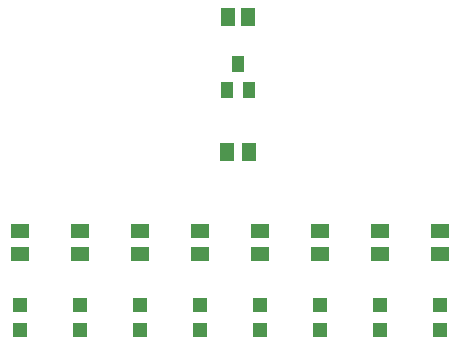
<source format=gtp>
G75*
%MOIN*%
%OFA0B0*%
%FSLAX24Y24*%
%IPPOS*%
%LPD*%
%AMOC8*
5,1,8,0,0,1.08239X$1,22.5*
%
%ADD10R,0.0512X0.0591*%
%ADD11R,0.0394X0.0551*%
%ADD12R,0.0630X0.0512*%
%ADD13R,0.0472X0.0472*%
D10*
X008306Y009180D03*
X009054Y009180D03*
X009015Y013680D03*
X008345Y013680D03*
D11*
X008680Y012113D03*
X008306Y011247D03*
X009054Y011247D03*
D12*
X009430Y006554D03*
X009430Y005806D03*
X007430Y005806D03*
X007430Y006554D03*
X005430Y006554D03*
X005430Y005806D03*
X003430Y005806D03*
X003430Y006554D03*
X001430Y006554D03*
X001430Y005806D03*
X011430Y005806D03*
X011430Y006554D03*
X013430Y006554D03*
X013430Y005806D03*
X015430Y005806D03*
X015430Y006554D03*
D13*
X001430Y003267D03*
X001430Y004093D03*
X003430Y004093D03*
X003430Y003267D03*
X005430Y003267D03*
X005430Y004093D03*
X007430Y004093D03*
X007430Y003267D03*
X009430Y003267D03*
X009430Y004093D03*
X011430Y004093D03*
X011430Y003267D03*
X013430Y003267D03*
X013430Y004093D03*
X015430Y004093D03*
X015430Y003267D03*
M02*

</source>
